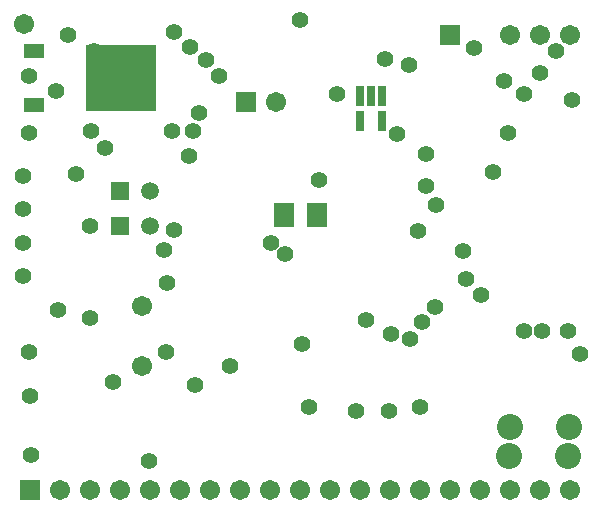
<source format=gbs>
%FSLAX43Y43*%
%MOMM*%
G71*
G01*
G75*
%ADD10C,0.300*%
%ADD11C,0.125*%
%ADD12R,1.800X1.600*%
%ADD13R,1.600X1.800*%
%ADD14R,0.600X1.700*%
%ADD15R,0.600X1.700*%
%ADD16C,0.400*%
%ADD17C,0.500*%
%ADD18C,0.254*%
%ADD19C,1.500*%
%ADD20R,1.500X1.500*%
%ADD21R,1.300X1.300*%
%ADD22C,1.300*%
%ADD23C,2.000*%
%ADD24C,1.200*%
%ADD25R,0.550X1.450*%
%ADD26R,0.550X1.450*%
%ADD27R,5.700X5.500*%
%ADD28R,1.600X1.000*%
%ADD29C,0.600*%
%ADD30R,2.003X1.803*%
%ADD31R,1.803X2.003*%
%ADD32R,0.803X1.903*%
%ADD33R,0.803X1.903*%
%ADD34C,1.703*%
%ADD35R,1.703X1.703*%
%ADD36R,1.503X1.503*%
%ADD37C,1.503*%
%ADD38C,2.203*%
%ADD39C,1.403*%
%ADD40R,0.753X1.653*%
%ADD41R,0.753X1.653*%
%ADD42R,5.903X5.703*%
%ADD43R,1.803X1.203*%
D31*
X26387Y25357D02*
D03*
X23587Y25357D02*
D03*
D34*
X1625Y41500D02*
D03*
X22910Y34937D02*
D03*
X35120Y2100D02*
D03*
X4640D02*
D03*
X7180D02*
D03*
X9720D02*
D03*
X12260D02*
D03*
X14800D02*
D03*
X17340D02*
D03*
X19880D02*
D03*
X22420D02*
D03*
X24960D02*
D03*
X27500D02*
D03*
X30040D02*
D03*
X32580D02*
D03*
X37660D02*
D03*
X40200D02*
D03*
X42740D02*
D03*
X45280D02*
D03*
X47820D02*
D03*
X11575Y12617D02*
D03*
X11575Y17617D02*
D03*
X42747Y40591D02*
D03*
X45287Y40591D02*
D03*
X47827D02*
D03*
D35*
X20370Y34937D02*
D03*
X2100Y2100D02*
D03*
X37667Y40591D02*
D03*
D36*
X9758Y24388D02*
D03*
Y27363D02*
D03*
D37*
X12258Y24388D02*
D03*
Y27363D02*
D03*
D38*
X47725Y7375D02*
D03*
X47625Y4925D02*
D03*
X42625D02*
D03*
X42725Y7375D02*
D03*
D39*
X2000Y13750D02*
D03*
X1525Y25900D02*
D03*
D03*
X1500Y23000D02*
D03*
X48625Y13600D02*
D03*
X13450Y22400D02*
D03*
X7525Y35000D02*
D03*
X7500Y39250D02*
D03*
X1975Y32300D02*
D03*
X2000Y37100D02*
D03*
X13700Y19575D02*
D03*
X13600Y13750D02*
D03*
X2100Y10000D02*
D03*
X2200Y5025D02*
D03*
X12200Y4575D02*
D03*
X19000Y12550D02*
D03*
X16050Y11000D02*
D03*
X30575Y16500D02*
D03*
X35600Y27850D02*
D03*
X35625Y30500D02*
D03*
X45250Y37400D02*
D03*
X45475Y15575D02*
D03*
X46600Y39275D02*
D03*
X4325Y35850D02*
D03*
X5350Y40600D02*
D03*
X24950Y41850D02*
D03*
X26600Y28350D02*
D03*
X23700Y22025D02*
D03*
X22500Y22975D02*
D03*
X33200Y32250D02*
D03*
X28050Y35600D02*
D03*
X25125Y14475D02*
D03*
X25700Y9075D02*
D03*
X14250Y24075D02*
D03*
X32687Y15250D02*
D03*
X34975Y24025D02*
D03*
X34250Y14850D02*
D03*
X29725Y8787D02*
D03*
X35275Y16275D02*
D03*
X32525Y8800D02*
D03*
X43900Y35625D02*
D03*
X43925Y15525D02*
D03*
X47675Y15550D02*
D03*
X48000Y35100D02*
D03*
X40250Y18550D02*
D03*
X36400Y17575D02*
D03*
X35150Y9075D02*
D03*
X36450Y26175D02*
D03*
X42250Y36700D02*
D03*
X18075Y37150D02*
D03*
X16400Y34000D02*
D03*
X39025Y19975D02*
D03*
X32150Y38600D02*
D03*
X17000Y38450D02*
D03*
X15525Y30375D02*
D03*
X6000Y28800D02*
D03*
X4475Y17325D02*
D03*
X38800Y22300D02*
D03*
X34150Y38100D02*
D03*
X15650Y39575D02*
D03*
X15900Y32450D02*
D03*
X8450Y31025D02*
D03*
X9125Y11225D02*
D03*
X7145Y24445D02*
D03*
X39725Y39525D02*
D03*
X14325Y40825D02*
D03*
X14125Y32500D02*
D03*
X7225Y32450D02*
D03*
X7175Y16600D02*
D03*
X41268Y28975D02*
D03*
X42550Y32293D02*
D03*
X1500Y28700D02*
D03*
Y20200D02*
D03*
X23587Y25357D02*
D03*
D40*
X30000Y33300D02*
D03*
X31900D02*
D03*
X30950Y35450D02*
D03*
X30000Y35450D02*
D03*
D41*
X31900Y35450D02*
D03*
D42*
X9825Y37000D02*
D03*
D43*
X2425Y39285D02*
D03*
Y34715D02*
D03*
M02*

</source>
